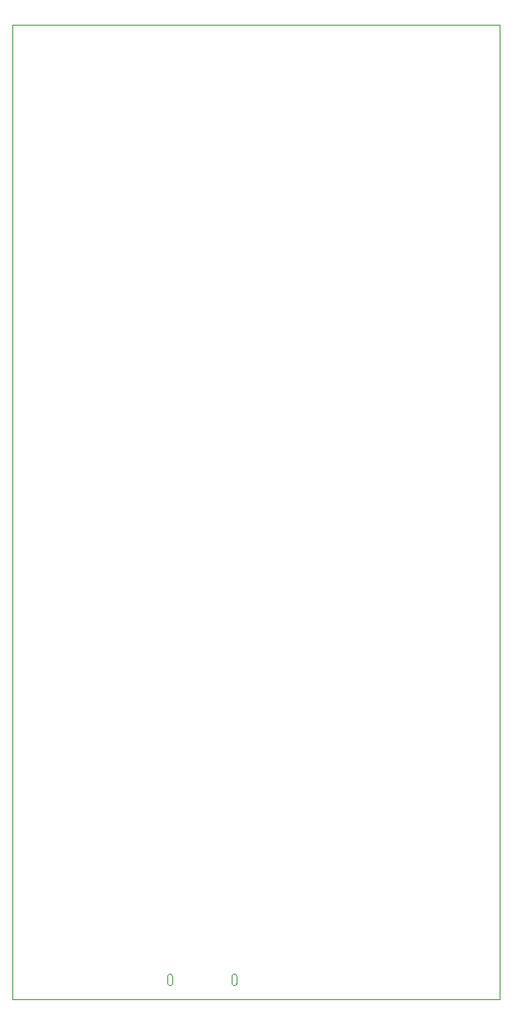
<source format=gbr>
G04 #@! TF.GenerationSoftware,KiCad,Pcbnew,(5.1.4-0-10_14)*
G04 #@! TF.CreationDate,2019-11-13T23:07:47+01:00*
G04 #@! TF.ProjectId,audio-mixer,61756469-6f2d-46d6-9978-65722e6b6963,rev?*
G04 #@! TF.SameCoordinates,Original*
G04 #@! TF.FileFunction,Profile,NP*
%FSLAX46Y46*%
G04 Gerber Fmt 4.6, Leading zero omitted, Abs format (unit mm)*
G04 Created by KiCad (PCBNEW (5.1.4-0-10_14)) date 2019-11-13 23:07:47*
%MOMM*%
%LPD*%
G04 APERTURE LIST*
%ADD10C,0.050000*%
%ADD11C,0.100000*%
G04 APERTURE END LIST*
D10*
X83000000Y-117000000D02*
X133000000Y-117000000D01*
X83000000Y-17000000D02*
X83000000Y-117000000D01*
X133000000Y-17000000D02*
X83000000Y-17000000D01*
X133000000Y-117000000D02*
X133000000Y-17000000D01*
D11*
X105550000Y-115350000D02*
X105550000Y-114650000D01*
X105800000Y-115600000D02*
G75*
G02X105550000Y-115350000I0J250000D01*
G01*
X106050000Y-115350000D02*
G75*
G02X105800000Y-115600000I-250000J0D01*
G01*
X106050000Y-114650000D02*
X106050000Y-115350000D01*
X105800000Y-114400000D02*
G75*
G02X106050000Y-114650000I0J-250000D01*
G01*
X105550000Y-114650000D02*
G75*
G02X105800000Y-114400000I250000J0D01*
G01*
X98950000Y-115350000D02*
X98950000Y-114650000D01*
X99200000Y-115600000D02*
G75*
G02X98950000Y-115350000I0J250000D01*
G01*
X99450000Y-115350000D02*
G75*
G02X99200000Y-115600000I-250000J0D01*
G01*
X99450000Y-114650000D02*
X99450000Y-115350000D01*
X99200000Y-114400000D02*
G75*
G02X99450000Y-114650000I0J-250000D01*
G01*
X98950000Y-114650000D02*
G75*
G02X99200000Y-114400000I250000J0D01*
G01*
M02*

</source>
